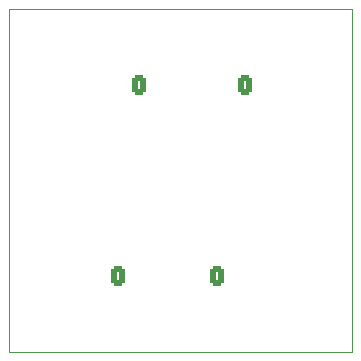
<source format=gbo>
%TF.GenerationSoftware,KiCad,Pcbnew,(6.0.0)*%
%TF.CreationDate,2022-01-22T14:04:59+01:00*%
%TF.ProjectId,Carte_elec_video_tigresse2,43617274-655f-4656-9c65-635f76696465,rev?*%
%TF.SameCoordinates,Original*%
%TF.FileFunction,Legend,Bot*%
%TF.FilePolarity,Positive*%
%FSLAX46Y46*%
G04 Gerber Fmt 4.6, Leading zero omitted, Abs format (unit mm)*
G04 Created by KiCad (PCBNEW (6.0.0)) date 2022-01-22 14:04:59*
%MOMM*%
%LPD*%
G01*
G04 APERTURE LIST*
G04 Aperture macros list*
%AMRoundRect*
0 Rectangle with rounded corners*
0 $1 Rounding radius*
0 $2 $3 $4 $5 $6 $7 $8 $9 X,Y pos of 4 corners*
0 Add a 4 corners polygon primitive as box body*
4,1,4,$2,$3,$4,$5,$6,$7,$8,$9,$2,$3,0*
0 Add four circle primitives for the rounded corners*
1,1,$1+$1,$2,$3*
1,1,$1+$1,$4,$5*
1,1,$1+$1,$6,$7*
1,1,$1+$1,$8,$9*
0 Add four rect primitives between the rounded corners*
20,1,$1+$1,$2,$3,$4,$5,0*
20,1,$1+$1,$4,$5,$6,$7,0*
20,1,$1+$1,$6,$7,$8,$9,0*
20,1,$1+$1,$8,$9,$2,$3,0*%
G04 Aperture macros list end*
%TA.AperFunction,Profile*%
%ADD10C,0.100000*%
%TD*%
%ADD11R,2.000000X1.905000*%
%ADD12O,2.000000X1.905000*%
%ADD13RoundRect,0.250000X-0.350000X-0.625000X0.350000X-0.625000X0.350000X0.625000X-0.350000X0.625000X0*%
%ADD14O,1.200000X1.750000*%
%ADD15C,1.400000*%
%ADD16O,1.400000X1.400000*%
%ADD17R,1.800000X1.800000*%
%ADD18C,1.800000*%
%ADD19C,4.400000*%
%ADD20O,3.500000X2.200000*%
%ADD21R,2.500000X1.500000*%
%ADD22O,2.500000X1.500000*%
%ADD23RoundRect,0.250000X0.350000X0.625000X-0.350000X0.625000X-0.350000X-0.625000X0.350000X-0.625000X0*%
G04 APERTURE END LIST*
D10*
X170000000Y-132000000D02*
X199000000Y-132000000D01*
X170000000Y-103000000D02*
X170000000Y-132000000D01*
X199000000Y-103000000D02*
X170000000Y-103000000D01*
X199000000Y-132000000D02*
X199000000Y-103000000D01*
%LPC*%
D11*
%TO.C,Q1*%
X172055000Y-115460000D03*
D12*
X172055000Y-118000000D03*
X172055000Y-120540000D03*
%TD*%
D13*
%TO.C,J2*%
X179200000Y-125550000D03*
D14*
X181200000Y-125550000D03*
%TD*%
D15*
%TO.C,R2*%
X178460000Y-115000000D03*
D16*
X183540000Y-115000000D03*
%TD*%
D17*
%TO.C,D1*%
X187460000Y-120000000D03*
D18*
X190000000Y-120000000D03*
%TD*%
D17*
%TO.C,D2*%
X180000000Y-120000000D03*
D18*
X182540000Y-120000000D03*
%TD*%
D19*
%TO.C,H1*%
X173000000Y-106000000D03*
%TD*%
D20*
%TO.C,SW1*%
X196000000Y-121100000D03*
X196000000Y-112900000D03*
D21*
X196000000Y-119000000D03*
D22*
X196000000Y-117000000D03*
X196000000Y-115000000D03*
%TD*%
D13*
%TO.C,J3*%
X187600000Y-125550000D03*
D14*
X189600000Y-125550000D03*
%TD*%
D23*
%TO.C,J4*%
X190000000Y-109450000D03*
D14*
X188000000Y-109450000D03*
%TD*%
D15*
%TO.C,R1*%
X186460000Y-115000000D03*
D16*
X191540000Y-115000000D03*
%TD*%
D23*
%TO.C,J1*%
X181000000Y-109450000D03*
D14*
X179000000Y-109450000D03*
%TD*%
D19*
%TO.C,H2*%
X173000000Y-129000000D03*
%TD*%
%TO.C,H3*%
X196000000Y-129000000D03*
%TD*%
%TO.C,H4*%
X196000000Y-106000000D03*
%TD*%
M02*

</source>
